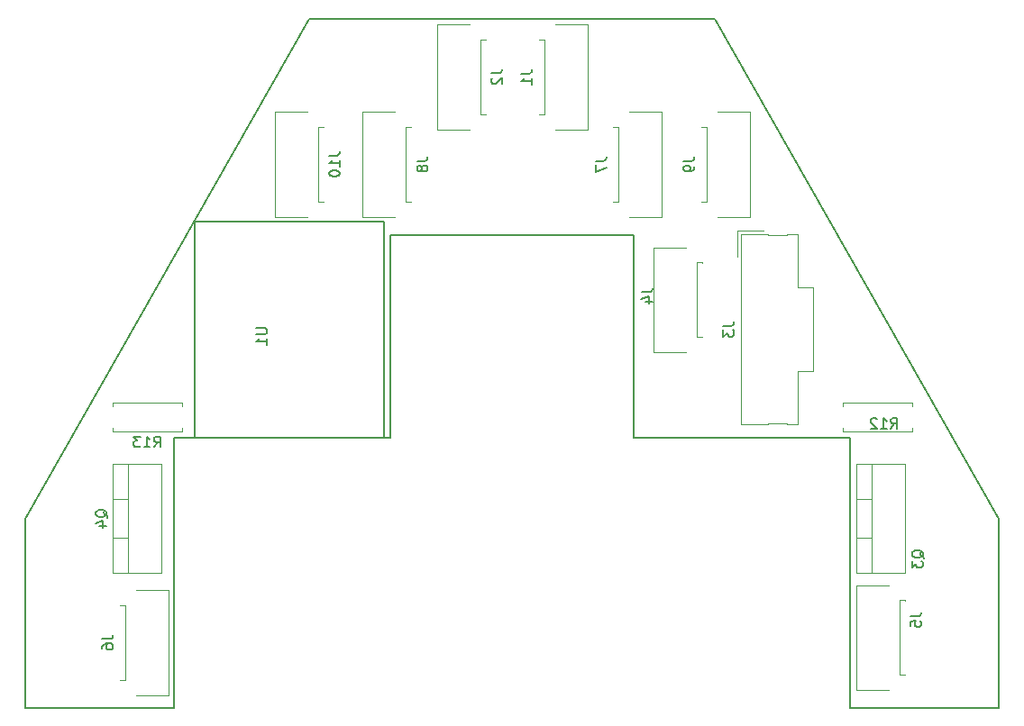
<source format=gbr>
%TF.GenerationSoftware,KiCad,Pcbnew,5.0.2-bee76a0~70~ubuntu18.04.1*%
%TF.CreationDate,2020-12-06T16:42:28+01:00*%
%TF.ProjectId,Robot-power-control,526f626f-742d-4706-9f77-65722d636f6e,rev?*%
%TF.SameCoordinates,Original*%
%TF.FileFunction,Legend,Bot*%
%TF.FilePolarity,Positive*%
%FSLAX46Y46*%
G04 Gerber Fmt 4.6, Leading zero omitted, Abs format (unit mm)*
G04 Created by KiCad (PCBNEW 5.0.2-bee76a0~70~ubuntu18.04.1) date dim. 06 déc. 2020 16:42:28 CET*
%MOMM*%
%LPD*%
G01*
G04 APERTURE LIST*
%ADD10C,0.200000*%
%ADD11C,0.150000*%
%ADD12C,0.120000*%
G04 APERTURE END LIST*
D10*
X88900000Y-50800000D02*
X115570000Y-97790000D01*
X115570000Y-115570000D02*
X115570000Y-97790000D01*
X101600000Y-115570000D02*
X115570000Y-115570000D01*
X101600000Y-90170000D02*
X101600000Y-115570000D01*
X81280000Y-90170000D02*
X101600000Y-90170000D01*
X81280000Y-71120000D02*
X81280000Y-90170000D01*
X58420000Y-71120000D02*
X81280000Y-71120000D01*
X58420000Y-90170000D02*
X58420000Y-71120000D01*
X38100000Y-90170000D02*
X58420000Y-90170000D01*
X38100000Y-115570000D02*
X38100000Y-90170000D01*
X24130000Y-115570000D02*
X38100000Y-115570000D01*
X24130000Y-97790000D02*
X24130000Y-115570000D01*
X50800000Y-50800000D02*
X24130000Y-97790000D01*
X50800000Y-50800000D02*
X88900000Y-50800000D01*
D11*
X40005000Y-69850000D02*
X40005000Y-90170000D01*
X40005000Y-90170000D02*
X57785000Y-90170000D01*
X57785000Y-90170000D02*
X57785000Y-69850000D01*
X57785000Y-69850000D02*
X40005000Y-69850000D01*
D12*
X91020000Y-70750000D02*
X91020000Y-73160000D01*
X93430000Y-70750000D02*
X91020000Y-70750000D01*
X91320000Y-88970000D02*
X91320000Y-71050000D01*
X93850000Y-88970000D02*
X91320000Y-88970000D01*
X93850000Y-88840000D02*
X93850000Y-88970000D01*
X95660000Y-88840000D02*
X93850000Y-88840000D01*
X95660000Y-88970000D02*
X95660000Y-88840000D01*
X96640000Y-88970000D02*
X95660000Y-88970000D01*
X96640000Y-83930000D02*
X96640000Y-88970000D01*
X98140000Y-83930000D02*
X96640000Y-83930000D01*
X98140000Y-76090000D02*
X98140000Y-83930000D01*
X96640000Y-76090000D02*
X98140000Y-76090000D01*
X96640000Y-71050000D02*
X96640000Y-76090000D01*
X95660000Y-71050000D02*
X96640000Y-71050000D01*
X95660000Y-71180000D02*
X95660000Y-71050000D01*
X93850000Y-71180000D02*
X95660000Y-71180000D01*
X93850000Y-71050000D02*
X93850000Y-71180000D01*
X91320000Y-71050000D02*
X93850000Y-71050000D01*
X102140000Y-99641000D02*
X103650000Y-99641000D01*
X102140000Y-95940000D02*
X103650000Y-95940000D01*
X103650000Y-92670000D02*
X103650000Y-102910000D01*
X102140000Y-102910000D02*
X106781000Y-102910000D01*
X102140000Y-92670000D02*
X106781000Y-92670000D01*
X106781000Y-92670000D02*
X106781000Y-102910000D01*
X102140000Y-92670000D02*
X102140000Y-102910000D01*
X32290000Y-99641000D02*
X33800000Y-99641000D01*
X32290000Y-95940000D02*
X33800000Y-95940000D01*
X33800000Y-92670000D02*
X33800000Y-102910000D01*
X32290000Y-102910000D02*
X36931000Y-102910000D01*
X32290000Y-92670000D02*
X36931000Y-92670000D01*
X36931000Y-92670000D02*
X36931000Y-102910000D01*
X32290000Y-92670000D02*
X32290000Y-102910000D01*
X100870000Y-89635000D02*
X100870000Y-89305000D01*
X107410000Y-89635000D02*
X100870000Y-89635000D01*
X107410000Y-89305000D02*
X107410000Y-89635000D01*
X100870000Y-86895000D02*
X100870000Y-87225000D01*
X107410000Y-86895000D02*
X100870000Y-86895000D01*
X107410000Y-87225000D02*
X107410000Y-86895000D01*
X38830000Y-86895000D02*
X38830000Y-87225000D01*
X32290000Y-86895000D02*
X38830000Y-86895000D01*
X32290000Y-87225000D02*
X32290000Y-86895000D01*
X38830000Y-89635000D02*
X38830000Y-89305000D01*
X32290000Y-89635000D02*
X38830000Y-89635000D01*
X32290000Y-89305000D02*
X32290000Y-89635000D01*
X87670000Y-73725000D02*
X87670000Y-73745000D01*
X87170000Y-73725000D02*
X87670000Y-73725000D01*
X87170000Y-80755000D02*
X87170000Y-73725000D01*
X87670000Y-80755000D02*
X87170000Y-80755000D01*
X87670000Y-80735000D02*
X87670000Y-80755000D01*
X83080000Y-72305000D02*
X86155000Y-72305000D01*
X83080000Y-82175000D02*
X83080000Y-72305000D01*
X86155000Y-82175000D02*
X83080000Y-82175000D01*
X106720000Y-105475000D02*
X106720000Y-105495000D01*
X106220000Y-105475000D02*
X106720000Y-105475000D01*
X106220000Y-112505000D02*
X106220000Y-105475000D01*
X106720000Y-112505000D02*
X106220000Y-112505000D01*
X106720000Y-112485000D02*
X106720000Y-112505000D01*
X102130000Y-104055000D02*
X105205000Y-104055000D01*
X102130000Y-113925000D02*
X102130000Y-104055000D01*
X105205000Y-113925000D02*
X102130000Y-113925000D01*
X32980000Y-112965000D02*
X32980000Y-112945000D01*
X33480000Y-112965000D02*
X32980000Y-112965000D01*
X33480000Y-105935000D02*
X33480000Y-112965000D01*
X32980000Y-105935000D02*
X33480000Y-105935000D01*
X32980000Y-105955000D02*
X32980000Y-105935000D01*
X37570000Y-114385000D02*
X34495000Y-114385000D01*
X37570000Y-104515000D02*
X37570000Y-114385000D01*
X34495000Y-104515000D02*
X37570000Y-104515000D01*
X79326500Y-68022500D02*
X79326500Y-68002500D01*
X79826500Y-68022500D02*
X79326500Y-68022500D01*
X79826500Y-60992500D02*
X79826500Y-68022500D01*
X79326500Y-60992500D02*
X79826500Y-60992500D01*
X79326500Y-61012500D02*
X79326500Y-60992500D01*
X83916500Y-69442500D02*
X80841500Y-69442500D01*
X83916500Y-59572500D02*
X83916500Y-69442500D01*
X80841500Y-59572500D02*
X83916500Y-59572500D01*
X60365000Y-60992500D02*
X60365000Y-61012500D01*
X59865000Y-60992500D02*
X60365000Y-60992500D01*
X59865000Y-68022500D02*
X59865000Y-60992500D01*
X60365000Y-68022500D02*
X59865000Y-68022500D01*
X60365000Y-68002500D02*
X60365000Y-68022500D01*
X55775000Y-59572500D02*
X58850000Y-59572500D01*
X55775000Y-69442500D02*
X55775000Y-59572500D01*
X58850000Y-69442500D02*
X55775000Y-69442500D01*
X87590000Y-68022500D02*
X87590000Y-68002500D01*
X88090000Y-68022500D02*
X87590000Y-68022500D01*
X88090000Y-60992500D02*
X88090000Y-68022500D01*
X87590000Y-60992500D02*
X88090000Y-60992500D01*
X87590000Y-61012500D02*
X87590000Y-60992500D01*
X92180000Y-69442500D02*
X89105000Y-69442500D01*
X92180000Y-59572500D02*
X92180000Y-69442500D01*
X89105000Y-59572500D02*
X92180000Y-59572500D01*
X52110000Y-60992500D02*
X52110000Y-61012500D01*
X51610000Y-60992500D02*
X52110000Y-60992500D01*
X51610000Y-68022500D02*
X51610000Y-60992500D01*
X52110000Y-68022500D02*
X51610000Y-68022500D01*
X52110000Y-68002500D02*
X52110000Y-68022500D01*
X47520000Y-59572500D02*
X50595000Y-59572500D01*
X47520000Y-69442500D02*
X47520000Y-59572500D01*
X50595000Y-69442500D02*
X47520000Y-69442500D01*
X72341500Y-59831000D02*
X72341500Y-59811000D01*
X72841500Y-59831000D02*
X72341500Y-59831000D01*
X72841500Y-52801000D02*
X72841500Y-59831000D01*
X72341500Y-52801000D02*
X72841500Y-52801000D01*
X72341500Y-52821000D02*
X72341500Y-52801000D01*
X76931500Y-61251000D02*
X73856500Y-61251000D01*
X76931500Y-51381000D02*
X76931500Y-61251000D01*
X73856500Y-51381000D02*
X76931500Y-51381000D01*
X67350000Y-52770000D02*
X67350000Y-52790000D01*
X66850000Y-52770000D02*
X67350000Y-52770000D01*
X66850000Y-59800000D02*
X66850000Y-52770000D01*
X67350000Y-59800000D02*
X66850000Y-59800000D01*
X67350000Y-59780000D02*
X67350000Y-59800000D01*
X62760000Y-51350000D02*
X65835000Y-51350000D01*
X62760000Y-61220000D02*
X62760000Y-51350000D01*
X65835000Y-61220000D02*
X62760000Y-61220000D01*
D11*
X45807380Y-79883095D02*
X46616904Y-79883095D01*
X46712142Y-79930714D01*
X46759761Y-79978333D01*
X46807380Y-80073571D01*
X46807380Y-80264047D01*
X46759761Y-80359285D01*
X46712142Y-80406904D01*
X46616904Y-80454523D01*
X45807380Y-80454523D01*
X46807380Y-81454523D02*
X46807380Y-80883095D01*
X46807380Y-81168809D02*
X45807380Y-81168809D01*
X45950238Y-81073571D01*
X46045476Y-80978333D01*
X46093095Y-80883095D01*
X89682380Y-79676666D02*
X90396666Y-79676666D01*
X90539523Y-79629047D01*
X90634761Y-79533809D01*
X90682380Y-79390952D01*
X90682380Y-79295714D01*
X89682380Y-80057619D02*
X89682380Y-80676666D01*
X90063333Y-80343333D01*
X90063333Y-80486190D01*
X90110952Y-80581428D01*
X90158571Y-80629047D01*
X90253809Y-80676666D01*
X90491904Y-80676666D01*
X90587142Y-80629047D01*
X90634761Y-80581428D01*
X90682380Y-80486190D01*
X90682380Y-80200476D01*
X90634761Y-80105238D01*
X90587142Y-80057619D01*
X108497619Y-101504761D02*
X108450000Y-101409523D01*
X108354761Y-101314285D01*
X108211904Y-101171428D01*
X108164285Y-101076190D01*
X108164285Y-100980952D01*
X108402380Y-101028571D02*
X108354761Y-100933333D01*
X108259523Y-100838095D01*
X108069047Y-100790476D01*
X107735714Y-100790476D01*
X107545238Y-100838095D01*
X107450000Y-100933333D01*
X107402380Y-101028571D01*
X107402380Y-101219047D01*
X107450000Y-101314285D01*
X107545238Y-101409523D01*
X107735714Y-101457142D01*
X108069047Y-101457142D01*
X108259523Y-101409523D01*
X108354761Y-101314285D01*
X108402380Y-101219047D01*
X108402380Y-101028571D01*
X107402380Y-101790476D02*
X107402380Y-102409523D01*
X107783333Y-102076190D01*
X107783333Y-102219047D01*
X107830952Y-102314285D01*
X107878571Y-102361904D01*
X107973809Y-102409523D01*
X108211904Y-102409523D01*
X108307142Y-102361904D01*
X108354761Y-102314285D01*
X108402380Y-102219047D01*
X108402380Y-101933333D01*
X108354761Y-101838095D01*
X108307142Y-101790476D01*
X31837619Y-97694761D02*
X31790000Y-97599523D01*
X31694761Y-97504285D01*
X31551904Y-97361428D01*
X31504285Y-97266190D01*
X31504285Y-97170952D01*
X31742380Y-97218571D02*
X31694761Y-97123333D01*
X31599523Y-97028095D01*
X31409047Y-96980476D01*
X31075714Y-96980476D01*
X30885238Y-97028095D01*
X30790000Y-97123333D01*
X30742380Y-97218571D01*
X30742380Y-97409047D01*
X30790000Y-97504285D01*
X30885238Y-97599523D01*
X31075714Y-97647142D01*
X31409047Y-97647142D01*
X31599523Y-97599523D01*
X31694761Y-97504285D01*
X31742380Y-97409047D01*
X31742380Y-97218571D01*
X31075714Y-98504285D02*
X31742380Y-98504285D01*
X30694761Y-98266190D02*
X31409047Y-98028095D01*
X31409047Y-98647142D01*
X105417857Y-89352380D02*
X105751190Y-88876190D01*
X105989285Y-89352380D02*
X105989285Y-88352380D01*
X105608333Y-88352380D01*
X105513095Y-88400000D01*
X105465476Y-88447619D01*
X105417857Y-88542857D01*
X105417857Y-88685714D01*
X105465476Y-88780952D01*
X105513095Y-88828571D01*
X105608333Y-88876190D01*
X105989285Y-88876190D01*
X104465476Y-89352380D02*
X105036904Y-89352380D01*
X104751190Y-89352380D02*
X104751190Y-88352380D01*
X104846428Y-88495238D01*
X104941666Y-88590476D01*
X105036904Y-88638095D01*
X104084523Y-88447619D02*
X104036904Y-88400000D01*
X103941666Y-88352380D01*
X103703571Y-88352380D01*
X103608333Y-88400000D01*
X103560714Y-88447619D01*
X103513095Y-88542857D01*
X103513095Y-88638095D01*
X103560714Y-88780952D01*
X104132142Y-89352380D01*
X103513095Y-89352380D01*
X36202857Y-91087380D02*
X36536190Y-90611190D01*
X36774285Y-91087380D02*
X36774285Y-90087380D01*
X36393333Y-90087380D01*
X36298095Y-90135000D01*
X36250476Y-90182619D01*
X36202857Y-90277857D01*
X36202857Y-90420714D01*
X36250476Y-90515952D01*
X36298095Y-90563571D01*
X36393333Y-90611190D01*
X36774285Y-90611190D01*
X35250476Y-91087380D02*
X35821904Y-91087380D01*
X35536190Y-91087380D02*
X35536190Y-90087380D01*
X35631428Y-90230238D01*
X35726666Y-90325476D01*
X35821904Y-90373095D01*
X34917142Y-90087380D02*
X34298095Y-90087380D01*
X34631428Y-90468333D01*
X34488571Y-90468333D01*
X34393333Y-90515952D01*
X34345714Y-90563571D01*
X34298095Y-90658809D01*
X34298095Y-90896904D01*
X34345714Y-90992142D01*
X34393333Y-91039761D01*
X34488571Y-91087380D01*
X34774285Y-91087380D01*
X34869523Y-91039761D01*
X34917142Y-90992142D01*
X82002380Y-76501666D02*
X82716666Y-76501666D01*
X82859523Y-76454047D01*
X82954761Y-76358809D01*
X83002380Y-76215952D01*
X83002380Y-76120714D01*
X82335714Y-77406428D02*
X83002380Y-77406428D01*
X81954761Y-77168333D02*
X82669047Y-76930238D01*
X82669047Y-77549285D01*
X107262380Y-106981666D02*
X107976666Y-106981666D01*
X108119523Y-106934047D01*
X108214761Y-106838809D01*
X108262380Y-106695952D01*
X108262380Y-106600714D01*
X107262380Y-107934047D02*
X107262380Y-107457857D01*
X107738571Y-107410238D01*
X107690952Y-107457857D01*
X107643333Y-107553095D01*
X107643333Y-107791190D01*
X107690952Y-107886428D01*
X107738571Y-107934047D01*
X107833809Y-107981666D01*
X108071904Y-107981666D01*
X108167142Y-107934047D01*
X108214761Y-107886428D01*
X108262380Y-107791190D01*
X108262380Y-107553095D01*
X108214761Y-107457857D01*
X108167142Y-107410238D01*
X31342380Y-109116666D02*
X32056666Y-109116666D01*
X32199523Y-109069047D01*
X32294761Y-108973809D01*
X32342380Y-108830952D01*
X32342380Y-108735714D01*
X31342380Y-110021428D02*
X31342380Y-109830952D01*
X31390000Y-109735714D01*
X31437619Y-109688095D01*
X31580476Y-109592857D01*
X31770952Y-109545238D01*
X32151904Y-109545238D01*
X32247142Y-109592857D01*
X32294761Y-109640476D01*
X32342380Y-109735714D01*
X32342380Y-109926190D01*
X32294761Y-110021428D01*
X32247142Y-110069047D01*
X32151904Y-110116666D01*
X31913809Y-110116666D01*
X31818571Y-110069047D01*
X31770952Y-110021428D01*
X31723333Y-109926190D01*
X31723333Y-109735714D01*
X31770952Y-109640476D01*
X31818571Y-109592857D01*
X31913809Y-109545238D01*
X77688880Y-64174166D02*
X78403166Y-64174166D01*
X78546023Y-64126547D01*
X78641261Y-64031309D01*
X78688880Y-63888452D01*
X78688880Y-63793214D01*
X77688880Y-64555119D02*
X77688880Y-65221785D01*
X78688880Y-64793214D01*
X60907380Y-64174166D02*
X61621666Y-64174166D01*
X61764523Y-64126547D01*
X61859761Y-64031309D01*
X61907380Y-63888452D01*
X61907380Y-63793214D01*
X61335952Y-64793214D02*
X61288333Y-64697976D01*
X61240714Y-64650357D01*
X61145476Y-64602738D01*
X61097857Y-64602738D01*
X61002619Y-64650357D01*
X60955000Y-64697976D01*
X60907380Y-64793214D01*
X60907380Y-64983690D01*
X60955000Y-65078928D01*
X61002619Y-65126547D01*
X61097857Y-65174166D01*
X61145476Y-65174166D01*
X61240714Y-65126547D01*
X61288333Y-65078928D01*
X61335952Y-64983690D01*
X61335952Y-64793214D01*
X61383571Y-64697976D01*
X61431190Y-64650357D01*
X61526428Y-64602738D01*
X61716904Y-64602738D01*
X61812142Y-64650357D01*
X61859761Y-64697976D01*
X61907380Y-64793214D01*
X61907380Y-64983690D01*
X61859761Y-65078928D01*
X61812142Y-65126547D01*
X61716904Y-65174166D01*
X61526428Y-65174166D01*
X61431190Y-65126547D01*
X61383571Y-65078928D01*
X61335952Y-64983690D01*
X85952380Y-64174166D02*
X86666666Y-64174166D01*
X86809523Y-64126547D01*
X86904761Y-64031309D01*
X86952380Y-63888452D01*
X86952380Y-63793214D01*
X86952380Y-64697976D02*
X86952380Y-64888452D01*
X86904761Y-64983690D01*
X86857142Y-65031309D01*
X86714285Y-65126547D01*
X86523809Y-65174166D01*
X86142857Y-65174166D01*
X86047619Y-65126547D01*
X86000000Y-65078928D01*
X85952380Y-64983690D01*
X85952380Y-64793214D01*
X86000000Y-64697976D01*
X86047619Y-64650357D01*
X86142857Y-64602738D01*
X86380952Y-64602738D01*
X86476190Y-64650357D01*
X86523809Y-64697976D01*
X86571428Y-64793214D01*
X86571428Y-64983690D01*
X86523809Y-65078928D01*
X86476190Y-65126547D01*
X86380952Y-65174166D01*
X52652380Y-63697976D02*
X53366666Y-63697976D01*
X53509523Y-63650357D01*
X53604761Y-63555119D01*
X53652380Y-63412261D01*
X53652380Y-63317023D01*
X53652380Y-64697976D02*
X53652380Y-64126547D01*
X53652380Y-64412261D02*
X52652380Y-64412261D01*
X52795238Y-64317023D01*
X52890476Y-64221785D01*
X52938095Y-64126547D01*
X52652380Y-65317023D02*
X52652380Y-65412261D01*
X52700000Y-65507500D01*
X52747619Y-65555119D01*
X52842857Y-65602738D01*
X53033333Y-65650357D01*
X53271428Y-65650357D01*
X53461904Y-65602738D01*
X53557142Y-65555119D01*
X53604761Y-65507500D01*
X53652380Y-65412261D01*
X53652380Y-65317023D01*
X53604761Y-65221785D01*
X53557142Y-65174166D01*
X53461904Y-65126547D01*
X53271428Y-65078928D01*
X53033333Y-65078928D01*
X52842857Y-65126547D01*
X52747619Y-65174166D01*
X52700000Y-65221785D01*
X52652380Y-65317023D01*
X70703880Y-55982666D02*
X71418166Y-55982666D01*
X71561023Y-55935047D01*
X71656261Y-55839809D01*
X71703880Y-55696952D01*
X71703880Y-55601714D01*
X71703880Y-56982666D02*
X71703880Y-56411238D01*
X71703880Y-56696952D02*
X70703880Y-56696952D01*
X70846738Y-56601714D01*
X70941976Y-56506476D01*
X70989595Y-56411238D01*
X67892380Y-55951666D02*
X68606666Y-55951666D01*
X68749523Y-55904047D01*
X68844761Y-55808809D01*
X68892380Y-55665952D01*
X68892380Y-55570714D01*
X67987619Y-56380238D02*
X67940000Y-56427857D01*
X67892380Y-56523095D01*
X67892380Y-56761190D01*
X67940000Y-56856428D01*
X67987619Y-56904047D01*
X68082857Y-56951666D01*
X68178095Y-56951666D01*
X68320952Y-56904047D01*
X68892380Y-56332619D01*
X68892380Y-56951666D01*
M02*

</source>
